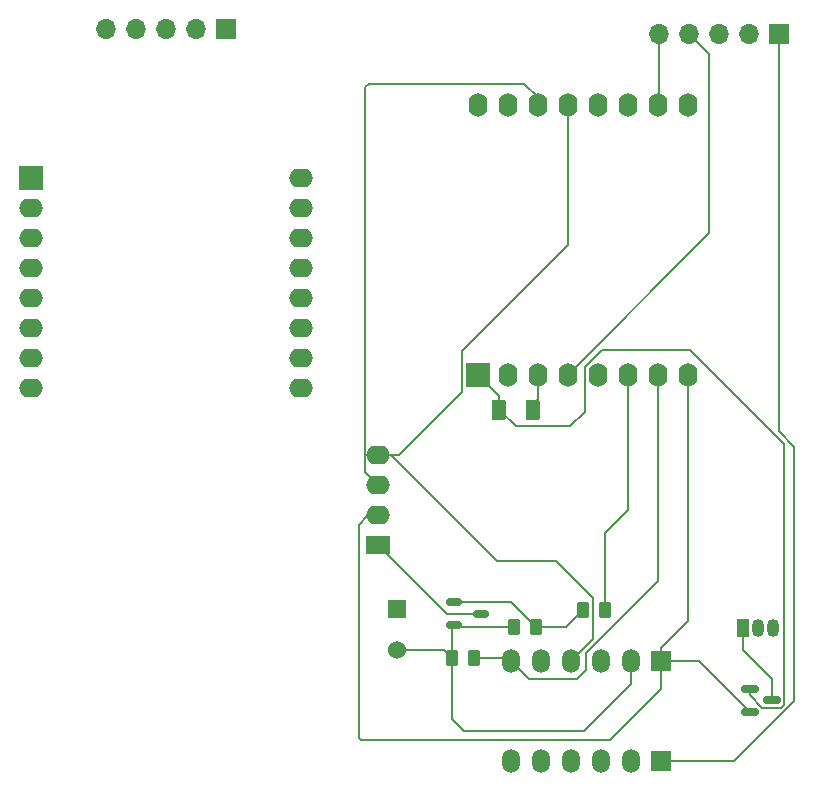
<source format=gbr>
%TF.GenerationSoftware,KiCad,Pcbnew,8.0.7-unknown-202501031822~9d36205ced~ubuntu24.04.1*%
%TF.CreationDate,2025-01-11T19:30:58-05:00*%
%TF.ProjectId,delivery-box-reporter-lora,64656c69-7665-4727-992d-626f782d7265,rev?*%
%TF.SameCoordinates,Original*%
%TF.FileFunction,Copper,L1,Top*%
%TF.FilePolarity,Positive*%
%FSLAX46Y46*%
G04 Gerber Fmt 4.6, Leading zero omitted, Abs format (unit mm)*
G04 Created by KiCad (PCBNEW 8.0.7-unknown-202501031822~9d36205ced~ubuntu24.04.1) date 2025-01-11 19:30:58*
%MOMM*%
%LPD*%
G01*
G04 APERTURE LIST*
G04 Aperture macros list*
%AMRoundRect*
0 Rectangle with rounded corners*
0 $1 Rounding radius*
0 $2 $3 $4 $5 $6 $7 $8 $9 X,Y pos of 4 corners*
0 Add a 4 corners polygon primitive as box body*
4,1,4,$2,$3,$4,$5,$6,$7,$8,$9,$2,$3,0*
0 Add four circle primitives for the rounded corners*
1,1,$1+$1,$2,$3*
1,1,$1+$1,$4,$5*
1,1,$1+$1,$6,$7*
1,1,$1+$1,$8,$9*
0 Add four rect primitives between the rounded corners*
20,1,$1+$1,$2,$3,$4,$5,0*
20,1,$1+$1,$4,$5,$6,$7,0*
20,1,$1+$1,$6,$7,$8,$9,0*
20,1,$1+$1,$8,$9,$2,$3,0*%
G04 Aperture macros list end*
%TA.AperFunction,ComponentPad*%
%ADD10R,2.000000X1.600000*%
%TD*%
%TA.AperFunction,ComponentPad*%
%ADD11O,2.000000X1.600000*%
%TD*%
%TA.AperFunction,SMDPad,CuDef*%
%ADD12RoundRect,0.250000X-0.262500X-0.450000X0.262500X-0.450000X0.262500X0.450000X-0.262500X0.450000X0*%
%TD*%
%TA.AperFunction,ComponentPad*%
%ADD13R,1.700000X1.700000*%
%TD*%
%TA.AperFunction,ComponentPad*%
%ADD14O,1.700000X1.700000*%
%TD*%
%TA.AperFunction,ComponentPad*%
%ADD15R,1.050000X1.500000*%
%TD*%
%TA.AperFunction,ComponentPad*%
%ADD16O,1.050000X1.500000*%
%TD*%
%TA.AperFunction,SMDPad,CuDef*%
%ADD17RoundRect,0.150000X-0.587500X-0.150000X0.587500X-0.150000X0.587500X0.150000X-0.587500X0.150000X0*%
%TD*%
%TA.AperFunction,ComponentPad*%
%ADD18R,2.000000X2.000000*%
%TD*%
%TA.AperFunction,ComponentPad*%
%ADD19O,1.600000X2.000000*%
%TD*%
%TA.AperFunction,SMDPad,CuDef*%
%ADD20RoundRect,0.250000X0.375000X0.625000X-0.375000X0.625000X-0.375000X-0.625000X0.375000X-0.625000X0*%
%TD*%
%TA.AperFunction,SMDPad,CuDef*%
%ADD21RoundRect,0.150000X-0.512500X-0.150000X0.512500X-0.150000X0.512500X0.150000X-0.512500X0.150000X0*%
%TD*%
%TA.AperFunction,ComponentPad*%
%ADD22O,1.500000X2.000000*%
%TD*%
%TA.AperFunction,ComponentPad*%
%ADD23R,1.524000X1.524000*%
%TD*%
%TA.AperFunction,ComponentPad*%
%ADD24C,1.524000*%
%TD*%
%TA.AperFunction,Conductor*%
%ADD25C,0.200000*%
%TD*%
G04 APERTURE END LIST*
D10*
%TO.P,DISP1,1,Gnd*%
%TO.N,Net-(DISP1-Gnd)*%
X125200000Y-109600000D03*
D11*
%TO.P,DISP1,2,Vcc*%
%TO.N,+3.3V*%
X125200000Y-107060000D03*
%TO.P,DISP1,3,SCL*%
%TO.N,Net-(DISP1-SCL)*%
X125200000Y-104520000D03*
%TO.P,DISP1,4,SDA*%
%TO.N,Net-(DISP1-SDA)*%
X125200000Y-101980000D03*
%TD*%
D12*
%TO.P,R2,1*%
%TO.N,Net-(Q2-B)*%
X142575000Y-115150000D03*
%TO.P,R2,2*%
%TO.N,Net-(U1-MOSI{slash}D7)*%
X144400000Y-115150000D03*
%TD*%
D13*
%TO.P,U8,1,3.3v*%
%TO.N,/Receiver/3v3B*%
X112370000Y-65930000D03*
D14*
%TO.P,U8,2,RST*%
%TO.N,unconnected-(U8-RST-Pad2)*%
X109830000Y-65930000D03*
%TO.P,U8,3,RX*%
%TO.N,/Receiver/SS TX*%
X107290000Y-65930000D03*
%TO.P,U8,4,TX*%
%TO.N,/Receiver/SS RX*%
X104750000Y-65930000D03*
%TO.P,U8,5,GND*%
%TO.N,Net-(U7-GND)*%
X102210000Y-65930000D03*
%TD*%
D15*
%TO.P,U5,1,GND*%
%TO.N,Earth*%
X156135000Y-116650000D03*
D16*
%TO.P,U5,2,VI*%
%TO.N,Net-(J1-Pin_1)*%
X157405000Y-116650000D03*
%TO.P,U5,3,VO*%
%TO.N,+3.3V*%
X158675000Y-116650000D03*
%TD*%
D17*
%TO.P,U4,1,RESET*%
%TO.N,Net-(D1-A)*%
X156675000Y-121850000D03*
%TO.P,U4,2,V_{DD}*%
%TO.N,+3.3V*%
X156675000Y-123750000D03*
%TO.P,U4,3,GND*%
%TO.N,Earth*%
X158550000Y-122800000D03*
%TD*%
D13*
%TO.P,U6,1,3.3v*%
%TO.N,+3.3V*%
X159110000Y-66350000D03*
D14*
%TO.P,U6,2,RST*%
%TO.N,unconnected-(U6-RST-Pad2)*%
X156570000Y-66350000D03*
%TO.P,U6,3,RX*%
%TO.N,/SS TX*%
X154030000Y-66350000D03*
%TO.P,U6,4,TX*%
%TO.N,/SS RX*%
X151490000Y-66350000D03*
%TO.P,U6,5,GND*%
%TO.N,Earth*%
X148950000Y-66350000D03*
%TD*%
D12*
%TO.P,R1,1*%
%TO.N,Earth*%
X131475000Y-119200000D03*
%TO.P,R1,2*%
%TO.N,Net-(U1-CS{slash}D8)*%
X133300000Y-119200000D03*
%TD*%
%TO.P,R3,1*%
%TO.N,Earth*%
X136750000Y-116600000D03*
%TO.P,R3,2*%
%TO.N,Net-(Q2-B)*%
X138575000Y-116600000D03*
%TD*%
D18*
%TO.P,U7,1,~{RST}*%
%TO.N,unconnected-(U7-~{RST}-Pad1)*%
X95840000Y-78530000D03*
D11*
%TO.P,U7,2,A0*%
%TO.N,unconnected-(U7-A0-Pad2)*%
X95840000Y-81070000D03*
%TO.P,U7,3,D0*%
%TO.N,unconnected-(U7-D0-Pad3)*%
X95840000Y-83610000D03*
%TO.P,U7,4,SCK/D5*%
%TO.N,/Receiver/SS RX*%
X95840000Y-86150000D03*
%TO.P,U7,5,MISO/D6*%
%TO.N,/Receiver/SS TX*%
X95840000Y-88690000D03*
%TO.P,U7,6,MOSI/D7*%
%TO.N,unconnected-(U7-MOSI{slash}D7-Pad6)*%
X95840000Y-91230000D03*
%TO.P,U7,7,CS/D8*%
%TO.N,unconnected-(U7-CS{slash}D8-Pad7)*%
X95840000Y-93770000D03*
%TO.P,U7,8,3V3*%
%TO.N,/Receiver/3v3B*%
X95840000Y-96310000D03*
%TO.P,U7,9,5V*%
%TO.N,unconnected-(U7-5V-Pad9)*%
X118700000Y-96310000D03*
%TO.P,U7,10,GND*%
%TO.N,Net-(U7-GND)*%
X118700000Y-93770000D03*
%TO.P,U7,11,D4*%
%TO.N,unconnected-(U7-D4-Pad11)*%
X118700000Y-91230000D03*
%TO.P,U7,12,D3*%
%TO.N,unconnected-(U7-D3-Pad12)*%
X118700000Y-88690000D03*
%TO.P,U7,13,SDA/D2*%
%TO.N,unconnected-(U7-SDA{slash}D2-Pad13)*%
X118700000Y-86150000D03*
%TO.P,U7,14,SCL/D1*%
%TO.N,unconnected-(U7-SCL{slash}D1-Pad14)*%
X118700000Y-83610000D03*
%TO.P,U7,15,RX*%
%TO.N,unconnected-(U7-RX-Pad15)*%
X118700000Y-81070000D03*
%TO.P,U7,16,TX*%
%TO.N,unconnected-(U7-TX-Pad16)*%
X118700000Y-78530000D03*
%TD*%
D18*
%TO.P,U1,1,~{RST}*%
%TO.N,Net-(D1-A)*%
X133640000Y-95200000D03*
D19*
%TO.P,U1,2,A0*%
%TO.N,unconnected-(U1-A0-Pad2)*%
X136180000Y-95200000D03*
%TO.P,U1,3,D0*%
%TO.N,Net-(D1-K)*%
X138720000Y-95200000D03*
%TO.P,U1,4,SCK/D5*%
%TO.N,/SS RX*%
X141260000Y-95200000D03*
%TO.P,U1,5,MISO/D6*%
%TO.N,/SS TX*%
X143800000Y-95200000D03*
%TO.P,U1,6,MOSI/D7*%
%TO.N,Net-(U1-MOSI{slash}D7)*%
X146340000Y-95200000D03*
%TO.P,U1,7,CS/D8*%
%TO.N,Net-(U1-CS{slash}D8)*%
X148880000Y-95200000D03*
%TO.P,U1,8,3V3*%
%TO.N,+3.3V*%
X151420000Y-95200000D03*
%TO.P,U1,9,5V*%
%TO.N,unconnected-(U1-5V-Pad9)*%
X151420000Y-72340000D03*
%TO.P,U1,10,GND*%
%TO.N,Earth*%
X148880000Y-72340000D03*
%TO.P,U1,11,D4*%
%TO.N,unconnected-(U1-D4-Pad11)*%
X146340000Y-72340000D03*
%TO.P,U1,12,D3*%
%TO.N,unconnected-(U1-D3-Pad12)*%
X143800000Y-72340000D03*
%TO.P,U1,13,SDA/D2*%
%TO.N,Net-(DISP1-SDA)*%
X141260000Y-72340000D03*
%TO.P,U1,14,SCL/D1*%
%TO.N,Net-(DISP1-SCL)*%
X138720000Y-72340000D03*
%TO.P,U1,15,RX*%
%TO.N,unconnected-(U1-RX-Pad15)*%
X136180000Y-72340000D03*
%TO.P,U1,16,TX*%
%TO.N,unconnected-(U1-TX-Pad16)*%
X133640000Y-72340000D03*
%TD*%
D20*
%TO.P,D1,1,K*%
%TO.N,Net-(D1-K)*%
X138287500Y-98200000D03*
%TO.P,D1,2,A*%
%TO.N,Net-(D1-A)*%
X135487500Y-98200000D03*
%TD*%
D21*
%TO.P,Q2,1,B*%
%TO.N,Net-(Q2-B)*%
X131675000Y-114500000D03*
%TO.P,Q2,2,E*%
%TO.N,Earth*%
X131675000Y-116400000D03*
%TO.P,Q2,3,C*%
%TO.N,Net-(DISP1-Gnd)*%
X133950000Y-115450000D03*
%TD*%
D13*
%TO.P,U3,1,Vin*%
%TO.N,+3.3V*%
X149150000Y-119450000D03*
D22*
%TO.P,U3,2,GND*%
%TO.N,Earth*%
X146610000Y-119450000D03*
%TO.P,U3,3,SCL*%
%TO.N,Net-(DISP1-SCL)*%
X144070000Y-119450000D03*
%TO.P,U3,4,SDA*%
%TO.N,Net-(DISP1-SDA)*%
X141530000Y-119450000D03*
%TO.P,U3,5,GPIO1*%
%TO.N,unconnected-(U3-GPIO1-Pad5)*%
X138990000Y-119450000D03*
%TO.P,U3,6,XSHUT*%
%TO.N,Net-(U1-CS{slash}D8)*%
X136450000Y-119450000D03*
%TD*%
D13*
%TO.P,U3,1,Vin*%
%TO.N,+3.3V*%
X149150000Y-127950000D03*
D22*
%TO.P,U3,2,GND*%
%TO.N,Earth*%
X146610000Y-127950000D03*
%TO.P,U3,3,SCL*%
%TO.N,Net-(DISP1-SCL)*%
X144070000Y-127950000D03*
%TO.P,U3,4,SDA*%
%TO.N,Net-(DISP1-SDA)*%
X141530000Y-127950000D03*
%TO.P,U3,5,GPIO1*%
%TO.N,unconnected-(U3-GPIO1-Pad5)*%
X138990000Y-127950000D03*
%TO.P,U3,6,XSHUT*%
%TO.N,Net-(U1-CS{slash}D8)*%
X136450000Y-127950000D03*
%TD*%
D23*
%TO.P,J1,1,Pin_1*%
%TO.N,Net-(J1-Pin_1)*%
X126850000Y-115050000D03*
D24*
%TO.P,J1,2,Pin_2*%
%TO.N,Earth*%
X126850000Y-118550000D03*
%TD*%
D25*
%TO.N,Net-(D1-K)*%
X138720000Y-95200000D02*
X138720000Y-97280000D01*
X138720000Y-97280000D02*
X137800000Y-98200000D01*
%TO.N,Net-(D1-A)*%
X142700000Y-98350000D02*
X141450000Y-99600000D01*
X151641321Y-93100000D02*
X144144365Y-93100000D01*
X156675000Y-122371948D02*
X157703052Y-123400000D01*
X135487500Y-97047500D02*
X133640000Y-95200000D01*
X142700000Y-94544365D02*
X142700000Y-98350000D01*
X141450000Y-99600000D02*
X136887500Y-99600000D01*
X135487500Y-98200000D02*
X135487500Y-97047500D01*
X157703052Y-123400000D02*
X159328052Y-123400000D01*
X159587500Y-101046179D02*
X151641321Y-93100000D01*
X159587500Y-123140552D02*
X159587500Y-101046179D01*
X144144365Y-93100000D02*
X142700000Y-94544365D01*
X156675000Y-121850000D02*
X156675000Y-122371948D01*
X159328052Y-123400000D02*
X159587500Y-123140552D01*
X136887500Y-99600000D02*
X135487500Y-98200000D01*
%TO.N,Earth*%
X158550000Y-120950000D02*
X156135000Y-118535000D01*
X158550000Y-122800000D02*
X158550000Y-120950000D01*
X131475000Y-119200000D02*
X131475000Y-124375000D01*
X126800000Y-118550000D02*
X130825000Y-118550000D01*
X131675000Y-116400000D02*
X131700000Y-116400000D01*
X148950000Y-66350000D02*
X148950000Y-72270000D01*
X156135000Y-118535000D02*
X156135000Y-116650000D01*
X132500000Y-125400000D02*
X142600000Y-125400000D01*
X131475000Y-124375000D02*
X132500000Y-125400000D01*
X146610000Y-121390000D02*
X146610000Y-119450000D01*
X148950000Y-72270000D02*
X148880000Y-72340000D01*
X130825000Y-118550000D02*
X131475000Y-119200000D01*
X131475000Y-116600000D02*
X131675000Y-116400000D01*
X131475000Y-119200000D02*
X131475000Y-116600000D01*
X131900000Y-116600000D02*
X136750000Y-116600000D01*
X142600000Y-125400000D02*
X146610000Y-121390000D01*
X131700000Y-116400000D02*
X131900000Y-116600000D01*
%TO.N,Net-(Q2-B)*%
X141125000Y-116600000D02*
X142575000Y-115150000D01*
X138575000Y-116600000D02*
X141125000Y-116600000D01*
X136475000Y-114500000D02*
X138575000Y-116600000D01*
X131675000Y-114500000D02*
X136475000Y-114500000D01*
%TO.N,Net-(DISP1-Gnd)*%
X131050000Y-115450000D02*
X125200000Y-109600000D01*
X133950000Y-115450000D02*
X131050000Y-115450000D01*
%TO.N,Net-(U1-MOSI{slash}D7)*%
X146340000Y-106660000D02*
X146340000Y-95200000D01*
X144400000Y-108600000D02*
X146340000Y-106660000D01*
X144400000Y-115150000D02*
X144400000Y-108600000D01*
%TO.N,+3.3V*%
X159110000Y-66350000D02*
X159110000Y-100002993D01*
X152375000Y-119450000D02*
X149150000Y-119450000D01*
X155350000Y-127950000D02*
X149150000Y-127950000D01*
X160450000Y-122850000D02*
X155350000Y-127950000D01*
X158550000Y-116775000D02*
X158675000Y-116650000D01*
X159110000Y-100002993D02*
X160450000Y-101342993D01*
X149150000Y-118350000D02*
X151420000Y-116080000D01*
X151420000Y-116080000D02*
X151420000Y-116000000D01*
X123773067Y-126173067D02*
X144826933Y-126173067D01*
X149150000Y-121850000D02*
X149150000Y-119450000D01*
X156675000Y-123750000D02*
X152375000Y-119450000D01*
X151420000Y-116000000D02*
X151420000Y-95200000D01*
X125200000Y-107060000D02*
X125060000Y-107200000D01*
X123600000Y-126000000D02*
X123773067Y-126173067D01*
X149150000Y-119450000D02*
X149150000Y-118350000D01*
X123600000Y-107900000D02*
X123600000Y-126000000D01*
X144826933Y-126173067D02*
X149150000Y-121850000D01*
X124300000Y-107200000D02*
X123600000Y-107900000D01*
X160450000Y-101342993D02*
X160450000Y-122850000D01*
X125060000Y-107200000D02*
X124300000Y-107200000D01*
%TO.N,Net-(DISP1-SCL)*%
X124400000Y-70600000D02*
X137600000Y-70600000D01*
X124138000Y-103458000D02*
X124138000Y-70862000D01*
X124138000Y-70862000D02*
X124400000Y-70600000D01*
X138720000Y-71720000D02*
X138720000Y-72340000D01*
X137600000Y-70600000D02*
X138720000Y-71720000D01*
X125200000Y-104520000D02*
X124138000Y-103458000D01*
%TO.N,Net-(U1-CS{slash}D8)*%
X142800000Y-120240440D02*
X142040440Y-121000000D01*
X148880000Y-95200000D02*
X148880000Y-112671155D01*
X142800000Y-118751155D02*
X142800000Y-120240440D01*
X136200000Y-119200000D02*
X136450000Y-119450000D01*
X133300000Y-119200000D02*
X136200000Y-119200000D01*
X142040440Y-121000000D02*
X138000000Y-121000000D01*
X148880000Y-112671155D02*
X142800000Y-118751155D01*
X138000000Y-121000000D02*
X136450000Y-119450000D01*
%TO.N,Net-(DISP1-SDA)*%
X141050000Y-118970000D02*
X141530000Y-119450000D01*
X125200000Y-101980000D02*
X127020000Y-101980000D01*
X141260000Y-81160000D02*
X141260000Y-72340000D01*
X141300000Y-81200000D02*
X141260000Y-81160000D01*
X132300000Y-96700000D02*
X132300000Y-93200000D01*
X126277630Y-101980000D02*
X135297630Y-111000000D01*
X140250000Y-111000000D02*
X143387500Y-114137500D01*
X143387500Y-117592500D02*
X141530000Y-119450000D01*
X125200000Y-101980000D02*
X126277630Y-101980000D01*
X127020000Y-101980000D02*
X132300000Y-96700000D01*
X135297630Y-111000000D02*
X140250000Y-111000000D01*
X132300000Y-93200000D02*
X141300000Y-84200000D01*
X143387500Y-114137500D02*
X143387500Y-117592500D01*
X141300000Y-84200000D02*
X141300000Y-81200000D01*
%TO.N,/SS RX*%
X153200000Y-68060000D02*
X153200000Y-83260000D01*
X153200000Y-83260000D02*
X141260000Y-95200000D01*
X151490000Y-66350000D02*
X153200000Y-68060000D01*
%TD*%
M02*

</source>
